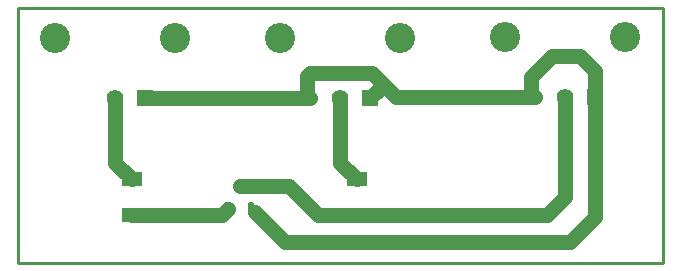
<source format=gtl>
G04*
G04 #@! TF.GenerationSoftware,Altium Limited,Altium Designer,23.6.0 (18)*
G04*
G04 Layer_Physical_Order=1*
G04 Layer_Color=255*
%FSLAX44Y44*%
%MOMM*%
G71*
G04*
G04 #@! TF.SameCoordinates,C9CF0EA5-BD81-4667-878B-FE06A039374B*
G04*
G04*
G04 #@! TF.FilePolarity,Positive*
G04*
G01*
G75*
G04:AMPARAMS|DCode=10|XSize=1.0746mm|YSize=0.538mm|CornerRadius=0.269mm|HoleSize=0mm|Usage=FLASHONLY|Rotation=90.000|XOffset=0mm|YOffset=0mm|HoleType=Round|Shape=RoundedRectangle|*
%AMROUNDEDRECTD10*
21,1,1.0746,0.0000,0,0,90.0*
21,1,0.5366,0.5380,0,0,90.0*
1,1,0.5380,0.0000,0.2683*
1,1,0.5380,0.0000,-0.2683*
1,1,0.5380,0.0000,-0.2683*
1,1,0.5380,0.0000,0.2683*
%
%ADD10ROUNDEDRECTD10*%
%ADD11R,0.5380X1.0746*%
%ADD12R,1.8000X1.2500*%
%ADD13C,0.2540*%
%ADD14C,1.2700*%
%ADD15C,1.4000*%
%ADD16R,1.4000X1.4000*%
%ADD17C,2.5500*%
D10*
X867410Y789130D02*
D03*
X876910Y770430D02*
D03*
D11*
X857910D02*
D03*
D12*
X966470Y764530D02*
D03*
Y795030D02*
D03*
X775970Y764530D02*
D03*
Y795030D02*
D03*
D13*
X679450Y723900D02*
X1225550D01*
X679450Y939800D02*
X1225550D01*
Y723900D02*
Y939800D01*
X679450Y723900D02*
Y939800D01*
D14*
X908860Y789130D02*
X933460Y764530D01*
X966470D01*
X905510Y741680D02*
X1146810D01*
X1168400Y763270D01*
Y864870D01*
X1113790Y868680D02*
Y881380D01*
X1131570Y899160D01*
X1155700D01*
X1168400Y886460D01*
Y864870D02*
Y886460D01*
X977900Y863600D02*
X989330Y875030D01*
X787400Y863600D02*
X825500D01*
X762000Y809000D02*
X775970Y795030D01*
X762000Y809000D02*
Y863600D01*
X880110Y767080D02*
X902970Y744220D01*
X1033780Y764540D02*
X1127760D01*
X1143000Y779780D01*
Y864870D01*
X966470Y764530D02*
X1041390D01*
X999490Y864870D02*
X1117600D01*
X979170Y885190D02*
X999490Y864870D01*
X927100Y885190D02*
X979170D01*
X924560Y882650D02*
X927100Y885190D01*
X924560Y866140D02*
Y882650D01*
Y866140D02*
X927100Y863600D01*
X816610D02*
X927100D01*
X852010Y764530D02*
X857250Y769770D01*
X867410Y789130D02*
X908860D01*
X775970Y764530D02*
X852010D01*
X952500Y809000D02*
X966470Y795030D01*
X952500Y809000D02*
Y863600D01*
D15*
X762000D02*
D03*
X952500D02*
D03*
X1143000Y864870D02*
D03*
D16*
X787400Y863600D02*
D03*
X977900D02*
D03*
X1168400Y864870D02*
D03*
D17*
X711200Y914400D02*
D03*
X812800D02*
D03*
X901700D02*
D03*
X1003300D02*
D03*
X1092200Y915670D02*
D03*
X1193800D02*
D03*
M02*

</source>
